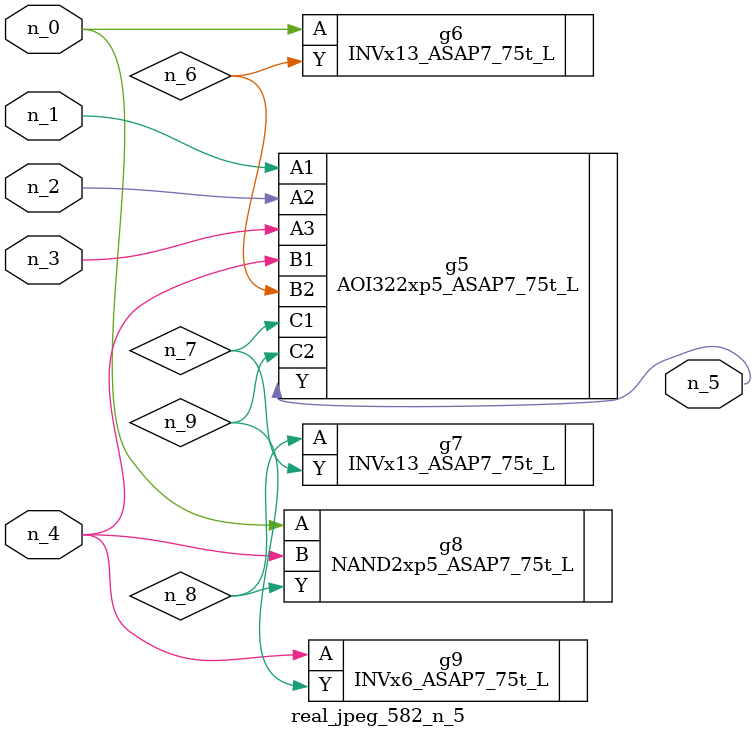
<source format=v>
module real_jpeg_582_n_5 (n_4, n_0, n_1, n_2, n_3, n_5);

input n_4;
input n_0;
input n_1;
input n_2;
input n_3;

output n_5;

wire n_8;
wire n_6;
wire n_7;
wire n_9;

INVx13_ASAP7_75t_L g6 ( 
.A(n_0),
.Y(n_6)
);

NAND2xp5_ASAP7_75t_L g8 ( 
.A(n_0),
.B(n_4),
.Y(n_8)
);

AOI322xp5_ASAP7_75t_L g5 ( 
.A1(n_1),
.A2(n_2),
.A3(n_3),
.B1(n_4),
.B2(n_6),
.C1(n_7),
.C2(n_9),
.Y(n_5)
);

INVx6_ASAP7_75t_L g9 ( 
.A(n_4),
.Y(n_9)
);

INVx13_ASAP7_75t_L g7 ( 
.A(n_8),
.Y(n_7)
);


endmodule
</source>
